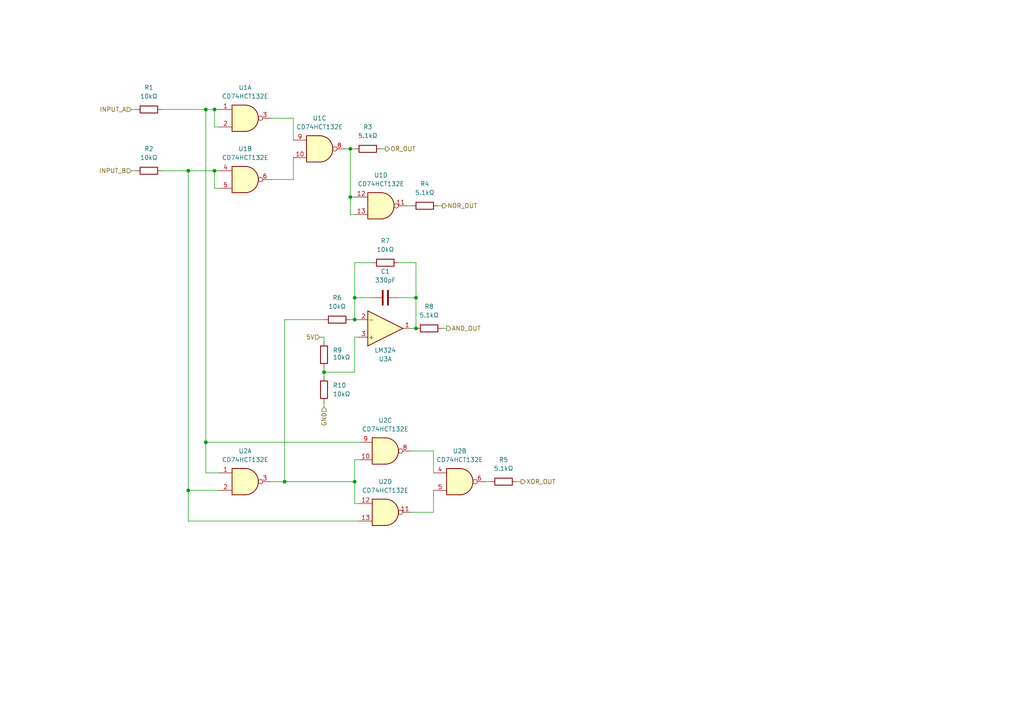
<source format=kicad_sch>
(kicad_sch (version 20231120) (generator "eeschema") (generator_version "8.0")
  (paper "A4")
  (lib_symbols
    (symbol "74xx:74HCT00" (pin_names (offset 1.016))
      (property "Reference" "U" (at 0 1.27 0))
      (property "Value" "74HCT00" (at 0 -1.27 0))
      (symbol "74HCT00_1_1"
        (arc (start 0 -3.81) (mid 3.7934 0) (end 0 3.81) (stroke (width 0.254)) (fill (type background)))
        (polyline (pts (xy 0 3.81) (xy -3.81 3.81) (xy -3.81 -3.81) (xy 0 -3.81)) (stroke (width 0.254)) (fill (type background)))
        (pin input line (at -7.62 2.54 0) (length 3.81) (name "~") (number "1"))
        (pin input line (at -7.62 -2.54 0) (length 3.81) (name "~") (number "2"))
        (pin output inverted (at 7.62 0 180) (length 3.81) (name "~") (number "3"))
      )
      (symbol "74HCT00_1_2"
        (arc (start -3.81 -3.81) (mid -2.589 0) (end -3.81 3.81) (stroke (width 0.254)))
        (arc (start -0.6096 -3.81) (mid 2.1842 -2.5851) (end 3.81 0) (stroke (width 0.254)) (fill (type background)))
        (polyline (pts (xy -3.81 -3.81) (xy -0.635 -3.81)) (stroke (width 0.254)) (fill (type background)))
        (polyline (pts (xy -3.81 3.81) (xy -0.635 3.81)) (stroke (width 0.254)) (fill (type background)))
        (polyline (pts (xy -0.635 3.81) (xy -3.81 3.81) (xy -3.81 3.81) (xy -3.556 3.4036) (xy -3.0226 2.2606) (xy -2.6924 1.0414) (xy -2.6162 -0.254) (xy -2.7686 -1.4986) (xy -3.175 -2.7178) (xy -3.81 -3.81) (xy -3.81 -3.81) (xy -0.635 -3.81)) (stroke (width -25.4)) (fill (type background)))
        (arc (start 3.81 0) (mid 2.1915 2.5936) (end -0.6096 3.81) (stroke (width 0.254)) (fill (type background)))
        (pin input inverted (at -7.62 2.54 0) (length 4.318) (name "~") (number "1"))
        (pin input inverted (at -7.62 -2.54 0) (length 4.318) (name "~") (number "2"))
        (pin output line (at 7.62 0 180) (length 3.81) (name "~") (number "3"))
      )
      (symbol "74HCT00_2_1"
        (arc (start 0 -3.81) (mid 3.7934 0) (end 0 3.81) (stroke (width 0.254)) (fill (type background)))
        (polyline (pts (xy 0 3.81) (xy -3.81 3.81) (xy -3.81 -3.81) (xy 0 -3.81)) (stroke (width 0.254)) (fill (type background)))
        (pin input line (at -7.62 2.54 0) (length 3.81) (name "~") (number "4"))
        (pin input line (at -7.62 -2.54 0) (length 3.81) (name "~") (number "5"))
        (pin output inverted (at 7.62 0 180) (length 3.81) (name "~") (number "6"))
      )
      (symbol "74HCT00_2_2"
        (arc (start -3.81 -3.81) (mid -2.589 0) (end -3.81 3.81) (stroke (width 0.254)))
        (arc (start -0.6096 -3.81) (mid 2.1842 -2.5851) (end 3.81 0) (stroke (width 0.254)) (fill (type background)))
        (polyline (pts (xy -3.81 -3.81) (xy -0.635 -3.81)) (stroke (width 0.254)) (fill (type background)))
        (polyline (pts (xy -3.81 3.81) (xy -0.635 3.81)) (stroke (width 0.254)) (fill (type background)))
        (polyline (pts (xy -0.635 3.81) (xy -3.81 3.81) (xy -3.81 3.81) (xy -3.556 3.4036) (xy -3.0226 2.2606) (xy -2.6924 1.0414) (xy -2.6162 -0.254) (xy -2.7686 -1.4986) (xy -3.175 -2.7178) (xy -3.81 -3.81) (xy -3.81 -3.81) (xy -0.635 -3.81)) (stroke (width -25.4)) (fill (type background)))
        (arc (start 3.81 0) (mid 2.1915 2.5936) (end -0.6096 3.81) (stroke (width 0.254)) (fill (type background)))
        (pin input inverted (at -7.62 2.54 0) (length 4.318) (name "~") (number "4"))
        (pin input inverted (at -7.62 -2.54 0) (length 4.318) (name "~") (number "5"))
        (pin output line (at 7.62 0 180) (length 3.81) (name "~") (number "6"))
      )
      (symbol "74HCT00_3_1"
        (arc (start 0 -3.81) (mid 3.7934 0) (end 0 3.81) (stroke (width 0.254)) (fill (type background)))
        (polyline (pts (xy 0 3.81) (xy -3.81 3.81) (xy -3.81 -3.81) (xy 0 -3.81)) (stroke (width 0.254)) (fill (type background)))
        (pin input line (at -7.62 -2.54 0) (length 3.81) (name "~") (number "10"))
        (pin output inverted (at 7.62 0 180) (length 3.81) (name "~") (number "8"))
        (pin input line (at -7.62 2.54 0) (length 3.81) (name "~") (number "9"))
      )
      (symbol "74HCT00_3_2"
        (arc (start -3.81 -3.81) (mid -2.589 0) (end -3.81 3.81) (stroke (width 0.254)))
        (arc (start -0.6096 -3.81) (mid 2.1842 -2.5851) (end 3.81 0) (stroke (width 0.254)) (fill (type background)))
        (polyline (pts (xy -3.81 -3.81) (xy -0.635 -3.81)) (stroke (width 0.254)) (fill (type background)))
        (polyline (pts (xy -3.81 3.81) (xy -0.635 3.81)) (stroke (width 0.254)) (fill (type background)))
        (polyline (pts (xy -0.635 3.81) (xy -3.81 3.81) (xy -3.81 3.81) (xy -3.556 3.4036) (xy -3.0226 2.2606) (xy -2.6924 1.0414) (xy -2.6162 -0.254) (xy -2.7686 -1.4986) (xy -3.175 -2.7178) (xy -3.81 -3.81) (xy -3.81 -3.81) (xy -0.635 -3.81)) (stroke (width -25.4)) (fill (type background)))
        (arc (start 3.81 0) (mid 2.1915 2.5936) (end -0.6096 3.81) (stroke (width 0.254)) (fill (type background)))
        (pin input inverted (at -7.62 -2.54 0) (length 4.318) (name "~") (number "10"))
        (pin output line (at 7.62 0 180) (length 3.81) (name "~") (number "8"))
        (pin input inverted (at -7.62 2.54 0) (length 4.318) (name "~") (number "9"))
      )
      (symbol "74HCT00_4_1"
        (arc (start 0 -3.81) (mid 3.7934 0) (end 0 3.81) (stroke (width 0.254)) (fill (type background)))
        (polyline (pts (xy 0 3.81) (xy -3.81 3.81) (xy -3.81 -3.81) (xy 0 -3.81)) (stroke (width 0.254)) (fill (type background)))
        (pin output inverted (at 7.62 0 180) (length 3.81) (name "~") (number "11"))
        (pin input line (at -7.62 2.54 0) (length 3.81) (name "~") (number "12"))
        (pin input line (at -7.62 -2.54 0) (length 3.81) (name "~") (number "13"))
      )
      (symbol "74HCT00_4_2"
        (arc (start -3.81 -3.81) (mid -2.589 0) (end -3.81 3.81) (stroke (width 0.254)))
        (arc (start -0.6096 -3.81) (mid 2.1842 -2.5851) (end 3.81 0) (stroke (width 0.254)) (fill (type background)))
        (polyline (pts (xy -3.81 -3.81) (xy -0.635 -3.81)) (stroke (width 0.254)) (fill (type background)))
        (polyline (pts (xy -3.81 3.81) (xy -0.635 3.81)) (stroke (width 0.254)) (fill (type background)))
        (polyline (pts (xy -0.635 3.81) (xy -3.81 3.81) (xy -3.81 3.81) (xy -3.556 3.4036) (xy -3.0226 2.2606) (xy -2.6924 1.0414) (xy -2.6162 -0.254) (xy -2.7686 -1.4986) (xy -3.175 -2.7178) (xy -3.81 -3.81) (xy -3.81 -3.81) (xy -0.635 -3.81)) (stroke (width -25.4)) (fill (type background)))
        (arc (start 3.81 0) (mid 2.1915 2.5936) (end -0.6096 3.81) (stroke (width 0.254)) (fill (type background)))
        (pin output line (at 7.62 0 180) (length 3.81) (name "~") (number "11"))
        (pin input inverted (at -7.62 2.54 0) (length 4.318) (name "~") (number "12"))
        (pin input inverted (at -7.62 -2.54 0) (length 4.318) (name "~") (number "13"))
      )
      (symbol "74HCT00_5_0"
        (pin power_in line (at 0 12.7 270) (length 5.08) (name "VCC") (number "14"))
        (pin power_in line (at 0 -12.7 90) (length 5.08) (name "GND") (number "7"))
      )
      (symbol "74HCT00_5_1"
        (rectangle (start -5.08 7.62) (end 5.08 -7.62) (stroke (width 0.254)) (fill (type background)))
      )
    )
    (symbol "Amplifier_Operational:LM324" (pin_names (offset 0.127))
      (property "Reference" "U" (at 0 5.08 0))
      (property "Value" "LM324" (at 0 -5.08 0))
      (symbol "LM324_1_1"
        (polyline (pts (xy -5.08 5.08) (xy 5.08 0) (xy -5.08 -5.08) (xy -5.08 5.08)) (stroke (width 0.254)) (fill (type background)))
        (pin output line (at 7.62 0 180) (length 2.54) (name "~") (number "1"))
        (pin input line (at -7.62 -2.54 0) (length 2.54) (name "-") (number "2"))
        (pin input line (at -7.62 2.54 0) (length 2.54) (name "+") (number "3"))
      )
      (symbol "LM324_2_1"
        (polyline (pts (xy -5.08 5.08) (xy 5.08 0) (xy -5.08 -5.08) (xy -5.08 5.08)) (stroke (width 0.254)) (fill (type background)))
        (pin input line (at -7.62 2.54 0) (length 2.54) (name "+") (number "5"))
        (pin input line (at -7.62 -2.54 0) (length 2.54) (name "-") (number "6"))
        (pin output line (at 7.62 0 180) (length 2.54) (name "~") (number "7"))
      )
      (symbol "LM324_3_1"
        (polyline (pts (xy -5.08 5.08) (xy 5.08 0) (xy -5.08 -5.08) (xy -5.08 5.08)) (stroke (width 0.254)) (fill (type background)))
        (pin input line (at -7.62 2.54 0) (length 2.54) (name "+") (number "10"))
        (pin output line (at 7.62 0 180) (length 2.54) (name "~") (number "8"))
        (pin input line (at -7.62 -2.54 0) (length 2.54) (name "-") (number "9"))
      )
      (symbol "LM324_4_1"
        (polyline (pts (xy -5.08 5.08) (xy 5.08 0) (xy -5.08 -5.08) (xy -5.08 5.08)) (stroke (width 0.254)) (fill (type background)))
        (pin input line (at -7.62 2.54 0) (length 2.54) (name "+") (number "12"))
        (pin input line (at -7.62 -2.54 0) (length 2.54) (name "-") (number "13"))
        (pin output line (at 7.62 0 180) (length 2.54) (name "~") (number "14"))
      )
      (symbol "LM324_5_1"
        (pin power_in line (at -2.54 -7.62 90) (length 3.81) (name "V-") (number "11"))
        (pin power_in line (at -2.54 7.62 270) (length 3.81) (name "V+") (number "4"))
      )
    )
    (symbol "Device:C" (pin_numbers hide) (pin_names (offset 0.254))
      (property "Reference" "C" (at 0.635 2.54 0))
      (property "Value" "C" (at 0.635 -2.54 0))
      (symbol "C_0_1"
        (polyline (pts (xy -2.032 -0.762) (xy 2.032 -0.762)) (stroke (width 0.508)))
        (polyline (pts (xy -2.032 0.762) (xy 2.032 0.762)) (stroke (width 0.508)))
      )
      (symbol "C_1_1"
        (pin passive line (at 0 3.81 270) (length 2.794) (name "~") (number "1"))
        (pin passive line (at 0 -3.81 90) (length 2.794) (name "~") (number "2"))
      )
    )
    (symbol "Device:R" (pin_numbers hide) (pin_names (offset 0))
      (property "Reference" "R" (at 2.032 0 90))
      (property "Value" "R" (at 0 0 90))
      (symbol "R_0_1"
        (rectangle (start -1.016 -2.54) (end 1.016 2.54) (stroke (width 0.254)))
      )
      (symbol "R_1_1"
        (pin passive line (at 0 3.81 270) (length 1.27) (name "~") (number "1"))
        (pin passive line (at 0 -3.81 90) (length 1.27) (name "~") (number "2"))
      )
    )
  )
  (junction (at 102.87 86.36))
  (junction (at 59.69 128.27))
  (junction (at 101.6 57.15))
  (junction (at 93.98 107.95))
  (junction (at 54.61 49.53))
  (junction (at 101.6 43.18))
  (junction (at 120.65 86.36))
  (junction (at 102.87 92.71))
  (junction (at 62.23 31.75))
  (junction (at 82.55 139.7))
  (junction (at 120.65 95.25))
  (junction (at 102.87 139.7))
  (junction (at 54.61 142.24))
  (junction (at 59.69 31.75))
  (junction (at 62.23 49.53))
  (wire (pts (xy 120.65 95.25) (xy 119.38 95.25)))
  (wire (pts (xy 102.87 133.35) (xy 102.87 139.7)))
  (wire (pts (xy 125.73 142.24) (xy 125.73 148.59)))
  (wire (pts (xy 128.27 59.69) (xy 127 59.69)))
  (wire (pts (xy 93.98 109.22) (xy 93.98 107.95)))
  (wire (pts (xy 38.1 31.75) (xy 39.37 31.75)))
  (wire (pts (xy 63.5 49.53) (xy 62.23 49.53)))
  (wire (pts (xy 128.27 95.25) (xy 129.54 95.25)))
  (wire (pts (xy 62.23 36.83) (xy 62.23 31.75)))
  (wire (pts (xy 54.61 151.13) (xy 54.61 142.24)))
  (wire (pts (xy 125.73 148.59) (xy 119.38 148.59)))
  (wire (pts (xy 151.13 139.7) (xy 149.86 139.7)))
  (wire (pts (xy 59.69 31.75) (xy 59.69 128.27)))
  (wire (pts (xy 62.23 31.75) (xy 63.5 31.75)))
  (wire (pts (xy 82.55 139.7) (xy 102.87 139.7)))
  (wire (pts (xy 54.61 49.53) (xy 54.61 142.24)))
  (wire (pts (xy 101.6 57.15) (xy 101.6 43.18)))
  (wire (pts (xy 54.61 142.24) (xy 63.5 142.24)))
  (wire (pts (xy 54.61 49.53) (xy 62.23 49.53)))
  (wire (pts (xy 104.14 151.13) (xy 54.61 151.13)))
  (wire (pts (xy 101.6 57.15) (xy 102.87 57.15)))
  (wire (pts (xy 102.87 92.71) (xy 101.6 92.71)))
  (wire (pts (xy 63.5 36.83) (xy 62.23 36.83)))
  (wire (pts (xy 102.87 43.18) (xy 101.6 43.18)))
  (wire (pts (xy 92.71 97.79) (xy 93.98 97.79)))
  (wire (pts (xy 115.57 76.2) (xy 120.65 76.2)))
  (wire (pts (xy 59.69 31.75) (xy 62.23 31.75)))
  (wire (pts (xy 93.98 118.11) (xy 93.98 116.84)))
  (wire (pts (xy 120.65 86.36) (xy 120.65 95.25)))
  (wire (pts (xy 101.6 43.18) (xy 100.33 43.18)))
  (wire (pts (xy 59.69 137.16) (xy 59.69 128.27)))
  (wire (pts (xy 59.69 128.27) (xy 104.14 128.27)))
  (wire (pts (xy 62.23 49.53) (xy 62.23 54.61)))
  (wire (pts (xy 102.87 76.2) (xy 107.95 76.2)))
  (wire (pts (xy 102.87 97.79) (xy 102.87 107.95)))
  (wire (pts (xy 104.14 97.79) (xy 102.87 97.79)))
  (wire (pts (xy 62.23 54.61) (xy 63.5 54.61)))
  (wire (pts (xy 120.65 76.2) (xy 120.65 86.36)))
  (wire (pts (xy 119.38 59.69) (xy 118.11 59.69)))
  (wire (pts (xy 101.6 62.23) (xy 101.6 57.15)))
  (wire (pts (xy 102.87 139.7) (xy 102.87 146.05)))
  (wire (pts (xy 46.99 49.53) (xy 54.61 49.53)))
  (wire (pts (xy 46.99 31.75) (xy 59.69 31.75)))
  (wire (pts (xy 115.57 86.36) (xy 120.65 86.36)))
  (wire (pts (xy 102.87 76.2) (xy 102.87 86.36)))
  (wire (pts (xy 85.09 40.64) (xy 85.09 34.29)))
  (wire (pts (xy 85.09 45.72) (xy 85.09 52.07)))
  (wire (pts (xy 102.87 146.05) (xy 104.14 146.05)))
  (wire (pts (xy 93.98 97.79) (xy 93.98 99.06)))
  (wire (pts (xy 93.98 107.95) (xy 93.98 106.68)))
  (wire (pts (xy 93.98 107.95) (xy 102.87 107.95)))
  (wire (pts (xy 85.09 34.29) (xy 78.74 34.29)))
  (wire (pts (xy 59.69 137.16) (xy 63.5 137.16)))
  (wire (pts (xy 119.38 130.81) (xy 125.73 130.81)))
  (wire (pts (xy 82.55 92.71) (xy 93.98 92.71)))
  (wire (pts (xy 104.14 133.35) (xy 102.87 133.35)))
  (wire (pts (xy 102.87 62.23) (xy 101.6 62.23)))
  (wire (pts (xy 111.76 43.18) (xy 110.49 43.18)))
  (wire (pts (xy 82.55 92.71) (xy 82.55 139.7)))
  (wire (pts (xy 102.87 86.36) (xy 107.95 86.36)))
  (wire (pts (xy 78.74 139.7) (xy 82.55 139.7)))
  (wire (pts (xy 142.24 139.7) (xy 140.97 139.7)))
  (wire (pts (xy 125.73 137.16) (xy 125.73 130.81)))
  (wire (pts (xy 102.87 92.71) (xy 102.87 86.36)))
  (wire (pts (xy 104.14 92.71) (xy 102.87 92.71)))
  (wire (pts (xy 85.09 52.07) (xy 78.74 52.07)))
  (wire (pts (xy 38.1 49.53) (xy 39.37 49.53)))
  (hierarchical_label "XOR_OUT" (shape output) (at 151.13 139.7 0))
  (hierarchical_label "INPUT_A" (shape input) (at 38.1 31.75 180))
  (hierarchical_label "AND_OUT" (shape output) (at 129.54 95.25 0))
  (hierarchical_label "OR_OUT" (shape output) (at 111.76 43.18 0))
  (hierarchical_label "5V" (shape input) (at 92.71 97.79 180))
  (hierarchical_label "GND" (shape input) (at 93.98 118.11 270))
  (hierarchical_label "NOR_OUT" (shape output) (at 128.27 59.69 0))
  (hierarchical_label "INPUT_B" (shape input) (at 38.1 49.53 180))
  (symbol (lib_id "Device:R") (at 146.05 139.7 90) (unit 1)
    (property "Reference" "R5" (at 146.05 133.35 90))
    (property "Value" "5.1kΩ" (at 146.05 135.89 90))
    (property "Footprint" "Resistor_SMD:R_0805_2012Metric_Pad1.20x1.40mm_HandSolder" (effects (hide yes)))
    (property "Description" "Resistor" (effects (hide yes)))
    (property "JLC" "C27834" (effects (hide yes)))
  )
  (symbol (lib_id "74xx:74HCT00") (at 71.12 139.7 0) (unit 1)
    (property "Reference" "U2" (at 71.1117 130.81 0))
    (property "Value" "CD74HCT132E" (at 71.1117 133.35 0))
    (property "Footprint" "Package_SO:SOIC-14_3.9x8.7mm_P1.27mm" (effects (hide yes)))
    (property "Datasheet" "https://www.ti.com/lit/ds/symlink/cd74hc132.pdf" (effects (hide yes)))
    (property "Description" "quad 2-input NAND gate" (effects (hide yes)))
    (property "JLC" "C484714" (effects (hide yes)))
  )
  (symbol (lib_id "Device:R") (at 43.18 31.75 90) (unit 1)
    (property "Reference" "R1" (at 43.18 25.4 90))
    (property "Value" "10kΩ" (at 43.18 27.94 90))
    (property "Footprint" "Resistor_SMD:R_0805_2012Metric_Pad1.20x1.40mm_HandSolder" (effects (hide yes)))
    (property "Description" "Resistor" (effects (hide yes)))
    (property "JLC" "C17414" (effects (hide yes)))
  )
  (symbol (lib_id "74xx:74HCT00") (at 71.12 34.29 0) (unit 1)
    (property "Reference" "U1" (at 71.1117 25.4 0))
    (property "Value" "CD74HCT132E" (at 71.1117 27.94 0))
    (property "Footprint" "Package_SO:SOIC-14_3.9x8.7mm_P1.27mm" (effects (hide yes)))
    (property "Datasheet" "https://www.ti.com/lit/ds/symlink/cd74hc132.pdf" (effects (hide yes)))
    (property "Description" "quad 2-input NAND gate" (effects (hide yes)))
    (property "JLC" "C484714" (effects (hide yes)))
  )
  (symbol (lib_id "74xx:74HCT00") (at 110.49 59.69 0) (unit 4)
    (property "Reference" "U1" (at 110.4817 50.8 0))
    (property "Value" "CD74HCT132E" (at 110.4817 53.34 0))
    (property "Footprint" "Package_SO:SOIC-14_3.9x8.7mm_P1.27mm" (effects (hide yes)))
    (property "Datasheet" "https://www.ti.com/lit/ds/symlink/cd74hc132.pdf" (effects (hide yes)))
    (property "Description" "quad 2-input NAND gate" (effects (hide yes)))
    (property "JLC" "C484714" (effects (hide yes)))
  )
  (symbol (lib_id "74xx:74HCT00") (at 111.76 148.59 0) (unit 4)
    (property "Reference" "U2" (at 111.7517 139.7 0))
    (property "Value" "CD74HCT132E" (at 111.7517 142.24 0))
    (property "Footprint" "Package_SO:SOIC-14_3.9x8.7mm_P1.27mm" (effects (hide yes)))
    (property "Datasheet" "https://www.ti.com/lit/ds/symlink/cd74hc132.pdf" (effects (hide yes)))
    (property "Description" "quad 2-input NAND gate" (effects (hide yes)))
    (property "JLC" "C484714" (effects (hide yes)))
  )
  (symbol (lib_id "Device:C") (at 111.76 86.36 90) (unit 1)
    (property "Reference" "C1" (at 111.76 78.74 90))
    (property "Value" "330pF" (at 111.76 81.28 90))
    (property "Footprint" "Capacitor_SMD:C_0805_2012Metric_Pad1.18x1.45mm_HandSolder" (effects (hide yes)))
    (property "Description" "Unpolarized capacitor" (effects (hide yes)))
    (property "JLC" "C376974" (effects (hide yes)))
  )
  (symbol (lib_id "74xx:74HCT00") (at 133.35 139.7 0) (unit 2)
    (property "Reference" "U2" (at 133.3417 130.81 0))
    (property "Value" "CD74HCT132E" (at 133.3417 133.35 0))
    (property "Footprint" "Package_SO:SOIC-14_3.9x8.7mm_P1.27mm" (effects (hide yes)))
    (property "Datasheet" "https://www.ti.com/lit/ds/symlink/cd74hc132.pdf" (effects (hide yes)))
    (property "Description" "quad 2-input NAND gate" (effects (hide yes)))
    (property "JLC" "C484714" (effects (hide yes)))
  )
  (symbol (lib_id "Device:R") (at 123.19 59.69 90) (unit 1)
    (property "Reference" "R4" (at 123.19 53.34 90))
    (property "Value" "5.1kΩ" (at 123.19 55.88 90))
    (property "Footprint" "Resistor_SMD:R_0805_2012Metric_Pad1.20x1.40mm_HandSolder" (effects (hide yes)))
    (property "Description" "Resistor" (effects (hide yes)))
    (property "JLC" "C27834" (effects (hide yes)))
  )
  (symbol (lib_id "Device:R") (at 124.46 95.25 90) (unit 1)
    (property "Reference" "R8" (at 124.46 88.9 90))
    (property "Value" "5.1kΩ" (at 124.46 91.44 90))
    (property "Footprint" "Resistor_SMD:R_0805_2012Metric_Pad1.20x1.40mm_HandSolder" (effects (hide yes)))
    (property "Description" "Resistor" (effects (hide yes)))
    (property "JLC" "C27834" (effects (hide yes)))
  )
  (symbol (lib_id "Device:R") (at 93.98 102.87 180) (unit 1)
    (property "Reference" "R9" (at 96.52 101.5999 0) (effects (justify right)))
    (property "Value" "10kΩ" (at 96.52 103.632 0) (effects (justify right)))
    (property "Footprint" "Resistor_SMD:R_0805_2012Metric_Pad1.20x1.40mm_HandSolder" (effects (hide yes)))
    (property "Description" "Resistor" (effects (hide yes)))
    (property "JLC" "C17414" (effects (hide yes)))
  )
  (symbol (lib_id "Device:R") (at 111.76 76.2 90) (unit 1)
    (property "Reference" "R7" (at 111.76 69.85 90))
    (property "Value" "10kΩ" (at 111.76 72.39 90))
    (property "Footprint" "Resistor_SMD:R_0805_2012Metric_Pad1.20x1.40mm_HandSolder" (effects (hide yes)))
    (property "Description" "Resistor" (effects (hide yes)))
    (property "JLC" "C17414" (effects (hide yes)))
  )
  (symbol (lib_id "74xx:74HCT00") (at 92.71 43.18 0) (unit 3)
    (property "Reference" "U1" (at 92.7017 34.29 0))
    (property "Value" "CD74HCT132E" (at 92.7017 36.83 0))
    (property "Footprint" "Package_SO:SOIC-14_3.9x8.7mm_P1.27mm" (effects (hide yes)))
    (property "Datasheet" "https://www.ti.com/lit/ds/symlink/cd74hc132.pdf" (effects (hide yes)))
    (property "Description" "quad 2-input NAND gate" (effects (hide yes)))
    (property "JLC" "C484714" (effects (hide yes)))
  )
  (symbol (lib_id "Device:R") (at 43.18 49.53 90) (unit 1)
    (property "Reference" "R2" (at 43.18 43.18 90))
    (property "Value" "10kΩ" (at 43.18 45.72 90))
    (property "Footprint" "Resistor_SMD:R_0805_2012Metric_Pad1.20x1.40mm_HandSolder" (effects (hide yes)))
    (property "Description" "Resistor" (effects (hide yes)))
    (property "JLC" "C17414" (effects (hide yes)))
  )
  (symbol (lib_id "74xx:74HCT00") (at 111.76 130.81 0) (unit 3)
    (property "Reference" "U2" (at 111.7517 121.92 0))
    (property "Value" "CD74HCT132E" (at 111.7517 124.46 0))
    (property "Footprint" "Package_SO:SOIC-14_3.9x8.7mm_P1.27mm" (effects (hide yes)))
    (property "Datasheet" "https://www.ti.com/lit/ds/symlink/cd74hc132.pdf" (effects (hide yes)))
    (property "Description" "quad 2-input NAND gate" (effects (hide yes)))
    (property "JLC" "C484714" (effects (hide yes)))
  )
  (symbol (lib_id "Device:R") (at 106.68 43.18 90) (unit 1)
    (property "Reference" "R3" (at 106.68 36.83 90))
    (property "Value" "5.1kΩ" (at 106.68 39.37 90))
    (property "Footprint" "Resistor_SMD:R_0805_2012Metric_Pad1.20x1.40mm_HandSolder" (effects (hide yes)))
    (property "Description" "Resistor" (effects (hide yes)))
    (property "JLC" "C27834" (effects (hide yes)))
  )
  (symbol (lib_id "74xx:74HCT00") (at 71.12 52.07 0) (unit 2)
    (property "Reference" "U1" (at 71.1117 43.18 0))
    (property "Value" "CD74HCT132E" (at 71.1117 45.72 0))
    (property "Footprint" "Package_SO:SOIC-14_3.9x8.7mm_P1.27mm" (effects (hide yes)))
    (property "Datasheet" "https://www.ti.com/lit/ds/symlink/cd74hc132.pdf" (effects (hide yes)))
    (property "Description" "quad 2-input NAND gate" (effects (hide yes)))
    (property "JLC" "C484714" (effects (hide yes)))
  )
  (symbol (lib_id "Amplifier_Operational:LM324") (at 111.76 95.25 0) (mirror x) (unit 1)
    (property "Reference" "U3" (at 111.76 104.14 0))
    (property "Value" "LM324" (at 111.76 101.6 0))
    (property "Footprint" "Package_SO:SOIC-14_3.9x8.7mm_P1.27mm" (effects (hide yes)))
    (property "Datasheet" "http://www.ti.com/lit/ds/symlink/lm2902-n.pdf" (effects (hide yes)))
    (property "Description" "Low-Power, Quad-Operational Amplifiers, DIP-14/SOIC-14/SSOP-14" (effects (hide yes)))
    (property "JLC" "C7943" (effects (hide yes)))
  )
  (symbol (lib_id "Device:R") (at 97.79 92.71 90) (unit 1)
    (property "Reference" "R6" (at 97.79 86.36 90))
    (property "Value" "10kΩ" (at 97.79 88.9 90))
    (property "Footprint" "Resistor_SMD:R_0805_2012Metric_Pad1.20x1.40mm_HandSolder" (effects (hide yes)))
    (property "Description" "Resistor" (effects (hide yes)))
    (property "JLC" "C17414" (effects (hide yes)))
  )
  (symbol (lib_id "Device:R") (at 93.98 113.03 180) (unit 1)
    (property "Reference" "R10" (at 96.52 111.7599 0) (effects (justify right)))
    (property "Value" "10kΩ" (at 96.52 114.2999 0) (effects (justify right)))
    (property "Footprint" "Resistor_SMD:R_0805_2012Metric_Pad1.20x1.40mm_HandSolder" (effects (hide yes)))
    (property "Description" "Resistor" (effects (hide yes)))
    (property "JLC" "C17414" (effects (hide yes)))
  )
)
</source>
